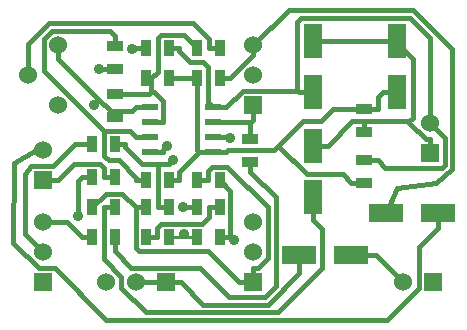
<source format=gtl>
%FSLAX46Y46*%
G04 Gerber Fmt 4.6, Leading zero omitted, Abs format (unit mm)*
G04 Created by KiCad (PCBNEW (2014-08-01 BZR 5042)-product) date 02/08/2014 20:04:44*
%MOMM*%
G01*
G04 APERTURE LIST*
%ADD10C,0.100000*%
%ADD11R,1.399540X0.599440*%
%ADD12R,1.397000X0.889000*%
%ADD13R,0.889000X1.397000*%
%ADD14R,1.524000X1.524000*%
%ADD15C,1.524000*%
%ADD16R,1.600200X2.999740*%
%ADD17R,2.999740X1.600200*%
%ADD18C,0.889000*%
%ADD19C,0.381000*%
%ADD20C,0.254000*%
G04 APERTURE END LIST*
D10*
D11*
X119253000Y-92329000D03*
X113919000Y-92329000D03*
X119253000Y-93599000D03*
X119253000Y-94869000D03*
X119253000Y-96139000D03*
X113919000Y-93599000D03*
X113919000Y-94869000D03*
X113919000Y-96139000D03*
D12*
X110998000Y-91249500D03*
X110998000Y-93154500D03*
D13*
X119824500Y-100838000D03*
X117919500Y-100838000D03*
X117919500Y-98552000D03*
X119824500Y-98552000D03*
X117919500Y-103378000D03*
X119824500Y-103378000D03*
X113601500Y-98552000D03*
X115506500Y-98552000D03*
X113601500Y-89916000D03*
X115506500Y-89916000D03*
X119824500Y-87376000D03*
X117919500Y-87376000D03*
X109029500Y-103378000D03*
X110934500Y-103378000D03*
X119824500Y-89916000D03*
X117919500Y-89916000D03*
X115506500Y-103378000D03*
X113601500Y-103378000D03*
D12*
X122428000Y-95059500D03*
X122428000Y-96964500D03*
D13*
X115506500Y-87376000D03*
X113601500Y-87376000D03*
X109029500Y-95504000D03*
X110934500Y-95504000D03*
X113601500Y-100838000D03*
X115506500Y-100838000D03*
D12*
X110998000Y-89090500D03*
X110998000Y-87185500D03*
D13*
X109029500Y-98298000D03*
X110934500Y-98298000D03*
X109029500Y-100838000D03*
X110934500Y-100838000D03*
D12*
X132080000Y-96837500D03*
X132080000Y-98742500D03*
X132080000Y-92519500D03*
X132080000Y-94424500D03*
D14*
X104902000Y-107188000D03*
D15*
X104902000Y-104648000D03*
X104902000Y-102108000D03*
D14*
X115316000Y-107188000D03*
D15*
X112776000Y-107188000D03*
X110236000Y-107188000D03*
D14*
X122682000Y-92202000D03*
D15*
X122682000Y-89662000D03*
X122682000Y-87122000D03*
D14*
X122682000Y-107188000D03*
D15*
X122682000Y-104648000D03*
X122682000Y-102108000D03*
D14*
X137922000Y-107188000D03*
D15*
X135382000Y-107188000D03*
D14*
X137668000Y-96266000D03*
D15*
X137668000Y-93726000D03*
D14*
X104902000Y-98552000D03*
D15*
X104902000Y-96012000D03*
D16*
X134874000Y-91099640D03*
X134874000Y-86700360D03*
D17*
X133944360Y-101346000D03*
X138343640Y-101346000D03*
D16*
X127762000Y-99989640D03*
X127762000Y-95590360D03*
D17*
X126578360Y-104902000D03*
X130977640Y-104902000D03*
D16*
X127762000Y-91099640D03*
X127762000Y-86700360D03*
D15*
X106172000Y-92202000D03*
X103632000Y-89662000D03*
X106172000Y-87122000D03*
D18*
X115371900Y-95625700D03*
X112426800Y-87427300D03*
X107842600Y-101588000D03*
X109575800Y-89090500D03*
X116840000Y-103124000D03*
X109220000Y-92202000D03*
X115865000Y-96776800D03*
X121011200Y-103595600D03*
X120674900Y-94965700D03*
X116681100Y-100838000D03*
D19*
X126373400Y-90955900D02*
X121770700Y-90955900D01*
X121770700Y-90955900D02*
X120397600Y-92329000D01*
X126517100Y-91099600D02*
X126373400Y-90955900D01*
X126373400Y-90955900D02*
X126373400Y-85124300D01*
X126373400Y-85124300D02*
X126742100Y-84755600D01*
X126742100Y-84755600D02*
X135914900Y-84755600D01*
X135914900Y-84755600D02*
X137668000Y-86508700D01*
X137668000Y-86508700D02*
X137668000Y-93726000D01*
X133223300Y-96837500D02*
X133858700Y-97472900D01*
X133858700Y-97472900D02*
X138621500Y-97472900D01*
X138621500Y-97472900D02*
X138874900Y-97219500D01*
X138874900Y-97219500D02*
X138874900Y-94932900D01*
X138874900Y-94932900D02*
X137668000Y-93726000D01*
X119253000Y-92329000D02*
X120397600Y-92329000D01*
X127762000Y-91099600D02*
X126517100Y-91099600D01*
X115506500Y-87376000D02*
X116395800Y-87376000D01*
X116395800Y-87376000D02*
X116395800Y-87626100D01*
X116395800Y-87626100D02*
X117289100Y-88519400D01*
X117289100Y-88519400D02*
X118404100Y-88519400D01*
X118404100Y-88519400D02*
X118808900Y-88924200D01*
X118808900Y-88924200D02*
X118808900Y-91884900D01*
X118808900Y-91884900D02*
X119253000Y-92329000D01*
X132080000Y-96837500D02*
X133223300Y-96837500D01*
X115063600Y-96139000D02*
X115063600Y-95934000D01*
X115063600Y-95934000D02*
X115371900Y-95625700D01*
X113919000Y-96139000D02*
X115063600Y-96139000D01*
X134562800Y-86700400D02*
X136158700Y-88296300D01*
X136158700Y-88296300D02*
X136158700Y-93254600D01*
X136158700Y-93254600D02*
X135878100Y-93535200D01*
X134562800Y-86700400D02*
X127762000Y-86700400D01*
X134874000Y-86700400D02*
X134562800Y-86700400D01*
X127762000Y-95590400D02*
X129006900Y-95590400D01*
X110934500Y-98298000D02*
X110045200Y-98298000D01*
X104902000Y-98552000D02*
X106108800Y-98552000D01*
X106108800Y-98552000D02*
X107506200Y-97154600D01*
X107506200Y-97154600D02*
X109679900Y-97154600D01*
X109679900Y-97154600D02*
X110045200Y-97519900D01*
X110045200Y-97519900D02*
X110045200Y-98298000D01*
X132080000Y-93535200D02*
X131062100Y-93535200D01*
X131062100Y-93535200D02*
X129006900Y-95590400D01*
X135878100Y-93535200D02*
X132080000Y-93535200D01*
X112712200Y-87376000D02*
X112660900Y-87427300D01*
X112660900Y-87427300D02*
X112426800Y-87427300D01*
X113601500Y-87376000D02*
X112712200Y-87376000D01*
X135878100Y-93535200D02*
X135878100Y-93646400D01*
X135878100Y-93646400D02*
X137290900Y-95059200D01*
X137290900Y-95059200D02*
X137668000Y-95059200D01*
X132080000Y-94424500D02*
X132080000Y-93535200D01*
X137668000Y-96266000D02*
X137668000Y-95059200D01*
X130977600Y-104902000D02*
X133096000Y-104902000D01*
X133096000Y-104902000D02*
X135382000Y-107188000D01*
X133944400Y-101346000D02*
X134837958Y-99148632D01*
X134837958Y-99148632D02*
X138176000Y-98806000D01*
X138176000Y-98806000D02*
X139515300Y-97553300D01*
X139515300Y-97553300D02*
X139515300Y-87447500D01*
X139515300Y-87447500D02*
X136164700Y-84096900D01*
X136164700Y-84096900D02*
X125707100Y-84096900D01*
X125707100Y-84096900D02*
X122682000Y-87122000D01*
X122682000Y-87122000D02*
X122682000Y-87947800D01*
X122682000Y-87947800D02*
X120713800Y-89916000D01*
X119824500Y-89916000D02*
X120713800Y-89916000D01*
X104902000Y-102108000D02*
X106870200Y-102108000D01*
X106870200Y-102108000D02*
X108140200Y-103378000D01*
X109029500Y-103378000D02*
X108140200Y-103378000D01*
X109029500Y-98298000D02*
X108140200Y-98298000D01*
X107842600Y-101588000D02*
X107842600Y-98595600D01*
X107842600Y-98595600D02*
X108140200Y-98298000D01*
X104902000Y-96012000D02*
X104312400Y-96012000D01*
X104312400Y-96012000D02*
X102408571Y-97108835D01*
X102408571Y-97108835D02*
X102362000Y-103886000D01*
X102362000Y-103886000D02*
X104522200Y-105981100D01*
X104522200Y-105981100D02*
X105850300Y-105981100D01*
X105850300Y-105981100D02*
X110223200Y-110354000D01*
X110223200Y-110354000D02*
X133993800Y-110354000D01*
X133993800Y-110354000D02*
X136715100Y-107632700D01*
X136715100Y-107632700D02*
X136715100Y-104219400D01*
X136715100Y-104219400D02*
X138343600Y-102590900D01*
X138343600Y-101346000D02*
X138343600Y-102590900D01*
X110998000Y-89090500D02*
X109575800Y-89090500D01*
X106172000Y-87122000D02*
X106172000Y-88228000D01*
X109556000Y-91612000D02*
X110653800Y-92709800D01*
X106172000Y-88228000D02*
X109556000Y-91612000D01*
X110653800Y-92709800D02*
X110998000Y-92709800D01*
X113919000Y-92329000D02*
X112774400Y-92329000D01*
X110998000Y-92709800D02*
X112393600Y-92709800D01*
X112393600Y-92709800D02*
X112774400Y-92329000D01*
X110998000Y-93154500D02*
X110998000Y-92709800D01*
D20*
X116586000Y-103378000D02*
X116840000Y-103124000D01*
X109220000Y-92202000D02*
X109220000Y-91948000D01*
X109220000Y-91948000D02*
X109556000Y-91612000D01*
X115506500Y-103378000D02*
X116586000Y-103378000D01*
X117094000Y-103378000D02*
X117919500Y-103378000D01*
X116840000Y-103124000D02*
X117094000Y-103378000D01*
D19*
X110934500Y-100838000D02*
X110045200Y-100838000D01*
X127762000Y-99989600D02*
X127762000Y-101934300D01*
X127762000Y-101934300D02*
X128523200Y-102695500D01*
X128523200Y-102695500D02*
X128523200Y-105942800D01*
X128523200Y-105942800D02*
X124747300Y-109718700D01*
X124747300Y-109718700D02*
X113591800Y-109718700D01*
X113591800Y-109718700D02*
X111506000Y-107632900D01*
X111506000Y-107632900D02*
X111506000Y-106698600D01*
X111506000Y-106698600D02*
X110045200Y-105237800D01*
X110045200Y-105237800D02*
X110045200Y-100838000D01*
X122682000Y-107188000D02*
X122682000Y-105981200D01*
X121475200Y-107188000D02*
X118843000Y-104555800D01*
X118843000Y-104555800D02*
X112992300Y-104555800D01*
X112992300Y-104555800D02*
X112712200Y-104275700D01*
X112712200Y-104275700D02*
X112712200Y-100838000D01*
X117919500Y-98552000D02*
X118808800Y-98552000D01*
X118808800Y-98552000D02*
X118808800Y-97773900D01*
X118808800Y-97773900D02*
X119174100Y-97408600D01*
X119174100Y-97408600D02*
X120458300Y-97408600D01*
X120458300Y-97408600D02*
X123888800Y-100839100D01*
X123888800Y-100839100D02*
X123888800Y-105151600D01*
X123888800Y-105151600D02*
X123059200Y-105981200D01*
X123059200Y-105981200D02*
X122682000Y-105981200D01*
X109029500Y-100838000D02*
X110176400Y-99691100D01*
X110176400Y-99691100D02*
X111565300Y-99691100D01*
X111565300Y-99691100D02*
X112712200Y-100838000D01*
X113601500Y-100838000D02*
X112712200Y-100838000D01*
X122682000Y-107188000D02*
X121475200Y-107188000D01*
X115865000Y-96776800D02*
X115495700Y-97146100D01*
X115495700Y-97146100D02*
X114617200Y-97146100D01*
X110934500Y-95504000D02*
X111823800Y-95504000D01*
X114617200Y-97146100D02*
X113243600Y-97146100D01*
X113243600Y-97146100D02*
X111823800Y-95726300D01*
X111823800Y-95726300D02*
X111823800Y-95504000D01*
X114617200Y-97146100D02*
X114617200Y-100838000D01*
X122428000Y-93599000D02*
X122428000Y-95059500D01*
X122682000Y-93408800D02*
X122491800Y-93599000D01*
X122491800Y-93599000D02*
X122428000Y-93599000D01*
X119253000Y-93599000D02*
X122428000Y-93599000D01*
X122682000Y-92202000D02*
X122682000Y-93408800D01*
X115506500Y-100838000D02*
X114617200Y-100838000D01*
X120713800Y-103378000D02*
X120713800Y-99441300D01*
X120713800Y-99441300D02*
X119824500Y-98552000D01*
X121011200Y-103595600D02*
X120931400Y-103595600D01*
X120931400Y-103595600D02*
X120713800Y-103378000D01*
X105699800Y-97345100D02*
X107540900Y-95504000D01*
X103877900Y-97345100D02*
X105699800Y-97345100D01*
X103338574Y-98012121D02*
X103877900Y-97345100D01*
X103317684Y-103119929D02*
X103338574Y-98012121D01*
X104902000Y-104648000D02*
X103317684Y-103119929D01*
X107540900Y-95504000D02*
X109029500Y-95504000D01*
X119824500Y-103378000D02*
X120713800Y-103378000D01*
X120397600Y-94869000D02*
X120494300Y-94965700D01*
X120494300Y-94965700D02*
X120674900Y-94965700D01*
X119253000Y-94869000D02*
X120397600Y-94869000D01*
X116522800Y-107188000D02*
X118389700Y-109054900D01*
X118389700Y-109054900D02*
X123923100Y-109054900D01*
X123923100Y-109054900D02*
X126578400Y-106399600D01*
X126578400Y-104902000D02*
X126578400Y-106399600D01*
X115316000Y-107188000D02*
X116522800Y-107188000D01*
X112776000Y-107188000D02*
X115316000Y-107188000D01*
X113601500Y-98552000D02*
X112712200Y-98552000D01*
X110045300Y-94346400D02*
X110045100Y-94346600D01*
X110045100Y-94346600D02*
X110045100Y-96461800D01*
X110045100Y-96461800D02*
X110442200Y-96858900D01*
X110442200Y-96858900D02*
X111269200Y-96858900D01*
X111269200Y-96858900D02*
X112712200Y-98301900D01*
X112712200Y-98301900D02*
X112712200Y-98552000D01*
X110045300Y-94346400D02*
X104965100Y-89266200D01*
X104965100Y-89266200D02*
X104965100Y-86581200D01*
X104965100Y-86581200D02*
X105672100Y-85874200D01*
X105672100Y-85874200D02*
X110576000Y-85874200D01*
X110576000Y-85874200D02*
X110998000Y-86296200D01*
X112774400Y-94869000D02*
X112251800Y-94346400D01*
X112251800Y-94346400D02*
X110045300Y-94346400D01*
X113919000Y-94869000D02*
X112774400Y-94869000D01*
X110998000Y-87185500D02*
X110998000Y-86296200D01*
X117919500Y-87376000D02*
X116776100Y-86232600D01*
X116776100Y-86232600D02*
X114863200Y-86232600D01*
X114863200Y-86232600D02*
X114617100Y-86478700D01*
X114617100Y-86478700D02*
X114617100Y-89345100D01*
X114617100Y-89345100D02*
X114046200Y-89916000D01*
X114046200Y-91059800D02*
X114278700Y-91059800D01*
X114278700Y-91059800D02*
X115063600Y-91844700D01*
X115063600Y-91844700D02*
X115063600Y-93599000D01*
X110998000Y-91249500D02*
X113856500Y-91249500D01*
X113856500Y-91249500D02*
X114046200Y-91059800D01*
X114046200Y-89916000D02*
X114046200Y-91059800D01*
X113919000Y-93599000D02*
X115063600Y-93599000D01*
X113601500Y-89916000D02*
X114046200Y-89916000D01*
X117919500Y-100838000D02*
X116681100Y-100838000D01*
X119824500Y-87376000D02*
X118935200Y-87376000D01*
X103632000Y-89662000D02*
X103632000Y-86995200D01*
X103632000Y-86995200D02*
X105410700Y-85216500D01*
X105410700Y-85216500D02*
X117553800Y-85216500D01*
X117553800Y-85216500D02*
X118935200Y-86597900D01*
X118935200Y-86597900D02*
X118935200Y-87376000D01*
X113601500Y-103378000D02*
X114490800Y-103378000D01*
X119824500Y-100838000D02*
X118935200Y-100838000D01*
X118935200Y-100838000D02*
X118935200Y-101616100D01*
X118935200Y-101616100D02*
X118316600Y-102234700D01*
X118316600Y-102234700D02*
X114856000Y-102234700D01*
X114856000Y-102234700D02*
X114490800Y-102599900D01*
X114490800Y-102599900D02*
X114490800Y-103378000D01*
X110934500Y-104521300D02*
X112357000Y-105943800D01*
X112357000Y-105943800D02*
X118171100Y-105943800D01*
X118171100Y-105943800D02*
X120622100Y-108394800D01*
X120622100Y-108394800D02*
X123636900Y-108394800D01*
X123636900Y-108394800D02*
X124559800Y-107471900D01*
X124559800Y-107471900D02*
X124559800Y-99985600D01*
X124559800Y-99985600D02*
X122428000Y-97853800D01*
X110934500Y-103378000D02*
X110934500Y-104521300D01*
X122428000Y-96964500D02*
X122428000Y-97853800D01*
X124785100Y-95615000D02*
X124436200Y-95963900D01*
X124436200Y-95963900D02*
X120572700Y-95963900D01*
X120572700Y-95963900D02*
X120397600Y-96139000D01*
X132080000Y-92519500D02*
X129387300Y-92519500D01*
X129387300Y-92519500D02*
X128371400Y-93535400D01*
X128371400Y-93535400D02*
X126864700Y-93535400D01*
X126864700Y-93535400D02*
X124785100Y-95615000D01*
X130936700Y-98742500D02*
X130239000Y-98044800D01*
X130239000Y-98044800D02*
X127214900Y-98044800D01*
X127214900Y-98044800D02*
X124785100Y-95615000D01*
X132080000Y-98742500D02*
X130936700Y-98742500D01*
X119253000Y-96139000D02*
X120397600Y-96139000D01*
X132651700Y-92519500D02*
X132080000Y-92519500D01*
X132651700Y-92519500D02*
X133223300Y-92519500D01*
X117919500Y-89916000D02*
X117919500Y-95950100D01*
X117919500Y-95950100D02*
X118108400Y-96139000D01*
X115506500Y-89916000D02*
X117919500Y-89916000D01*
X134874000Y-91099600D02*
X133629100Y-91099600D01*
X133629100Y-91099600D02*
X133223300Y-91505400D01*
X133223300Y-91505400D02*
X133223300Y-92519500D01*
X119253000Y-96139000D02*
X118108400Y-96139000D01*
X115506500Y-98552000D02*
X116395800Y-98552000D01*
X118108400Y-96139000D02*
X116395800Y-97851600D01*
X116395800Y-97851600D02*
X116395800Y-98552000D01*
M02*

</source>
